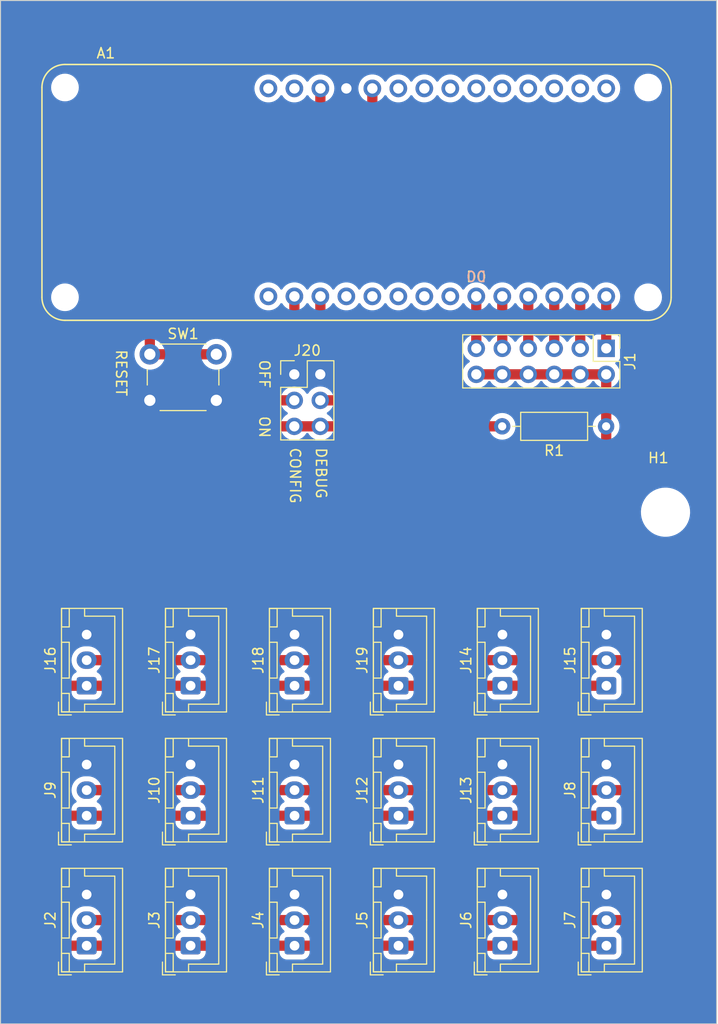
<source format=kicad_pcb>
(kicad_pcb (version 20221018) (generator pcbnew)
  (layers (0 "F.Cu" signal) (31 "B.Cu" signal) (34 "B.Paste" user) (35 "F.Paste" user) (36 "B.SilkS" user "B.Silkscreen") (37 "F.SilkS" user "F.Silkscreen") (38 "B.Mask" user) (39 "F.Mask" user) (44 "Edge.Cuts" user))
  (net 0 "")
  (net 1 "+3.3V")
  (net 3 "Net-(A1-A0{slash}DAC)")
  (net 4 "Net-(J20-Pin_4)")
  (net 11 "Net-(J1-Pin_1)")
  (net 12 "Net-(J1-Pin_3)")
  (net 13 "Net-(J1-Pin_5)")
  (net 14 "Net-(J1-Pin_7)")
  (net 15 "Net-(J1-Pin_9)")
  (net 16 "Net-(J1-Pin_11)")
  (net 26 "GND")
  (net 27 "Net-(A1-RESET)")
  (net 29 "DATA")
  (footprint "Connector_JST:JST_XH_B3B-XH-A_1x03_P2.50mm_Vertical" (layer "F.Cu") (at 164.110001 141.125001 90)
    (fp_text reference "J5" (at 2.5 -3.55 90) (layer "F.SilkS"))
    (fp_text value "Conn_01x03_Pin")
    (pad "1" thru_hole roundrect (at 0 0 90) (size 1.7 1.95) (drill 0.95) (layers "*.Cu" "*.Mask") (roundrect_rratio 0.1470588235) (net 1 "+3.3V"))
    (pad "2" thru_hole oval (at 2.5 0 90) (size 1.7 1.95) (drill 0.95) (layers "*.Cu" "*.Mask") (net 29 "DATA"))
    (pad "3" thru_hole oval (at 5 0 90) (size 1.7 1.95) (drill 0.95) (layers "*.Cu" "*.Mask") (net 26 "GND"))
  )
  (footprint "Connector_JST:JST_XH_B3B-XH-A_1x03_P2.50mm_Vertical" (layer "F.Cu") (at 143.790001 128.425001 90)
    (fp_text reference "J10" (at 2.5 -3.55 90) (layer "F.SilkS"))
    (fp_text value "Conn_01x03_Pin")
    (pad "1" thru_hole roundrect (at 0 0 90) (size 1.7 1.95) (drill 0.95) (layers "*.Cu" "*.Mask") (roundrect_rratio 0.1470588235) (net 1 "+3.3V"))
    (pad "2" thru_hole oval (at 2.5 0 90) (size 1.7 1.95) (drill 0.95) (layers "*.Cu" "*.Mask") (net 29 "DATA"))
    (pad "3" thru_hole oval (at 5 0 90) (size 1.7 1.95) (drill 0.95) (layers "*.Cu" "*.Mask") (net 26 "GND"))
  )
  (footprint "Connector_JST:JST_XH_B3B-XH-A_1x03_P2.50mm_Vertical" (layer "F.Cu") (at 153.950001 115.725001 90)
    (fp_text reference "J18" (at 2.5 -3.55 90) (layer "F.SilkS"))
    (fp_text value "Conn_01x03_Pin")
    (pad "1" thru_hole roundrect (at 0 0 90) (size 1.7 1.95) (drill 0.95) (layers "*.Cu" "*.Mask") (roundrect_rratio 0.1470588235) (net 1 "+3.3V"))
    (pad "2" thru_hole oval (at 2.5 0 90) (size 1.7 1.95) (drill 0.95) (layers "*.Cu" "*.Mask") (net 29 "DATA"))
    (pad "3" thru_hole oval (at 5 0 90) (size 1.7 1.95) (drill 0.95) (layers "*.Cu" "*.Mask") (net 26 "GND"))
  )
  (footprint "Connector_JST:JST_XH_B3B-XH-A_1x03_P2.50mm_Vertical" (layer "F.Cu") (at 184.430001 115.725001 90)
    (fp_text reference "J15" (at 2.5 -3.55 90) (layer "F.SilkS"))
    (fp_text value "Conn_01x03_Pin")
    (pad "1" thru_hole roundrect (at 0 0 90) (size 1.7 1.95) (drill 0.95) (layers "*.Cu" "*.Mask") (roundrect_rratio 0.1470588235) (net 1 "+3.3V"))
    (pad "2" thru_hole oval (at 2.5 0 90) (size 1.7 1.95) (drill 0.95) (layers "*.Cu" "*.Mask") (net 29 "DATA"))
    (pad "3" thru_hole oval (at 5 0 90) (size 1.7 1.95) (drill 0.95) (layers "*.Cu" "*.Mask") (net 26 "GND"))
  )
  (footprint "MountingHole:MountingHole_4.3mm_M4" (layer "F.Cu") (at 190.210001 98.765001)
    (fp_text reference "H1" (at -0.7 -5.3) (layer "F.SilkS"))
    (fp_text value "MountingHole")
    (pad "" np_thru_hole circle (at 0 0) (size 4.3 4.3) (drill 4.3) (layers "*.Cu" "*.Mask"))
  )
  (footprint "Button_Switch_THT:SW_PUSH_6mm" (layer "F.Cu") (at 139.804801 83.335001)
    (fp_text reference "SW1" (at 3.25 -2) (layer "F.SilkS"))
    (fp_text value "SW_Push")
    (pad "1" thru_hole circle (at 0 0 90) (size 2 2) (drill 1.1) (layers "*.Cu" "*.Mask") (net 27 "Net-(A1-RESET)"))
    (pad "1" thru_hole circle (at 6.5 0 90) (size 2 2) (drill 1.1) (layers "*.Cu" "*.Mask") (net 27 "Net-(A1-RESET)"))
    (pad "2" thru_hole circle (at 0 4.5 90) (size 2 2) (drill 1.1) (layers "*.Cu" "*.Mask") (net 26 "GND"))
    (pad "2" thru_hole circle (at 6.5 4.5 90) (size 2 2) (drill 1.1) (layers "*.Cu" "*.Mask") (net 26 "GND"))
  )
  (footprint "Connector_JST:JST_XH_B3B-XH-A_1x03_P2.50mm_Vertical" (layer "F.Cu") (at 184.430001 141.125001 90)
    (fp_text reference "J7" (at 2.5 -3.55 90) (layer "F.SilkS"))
    (fp_text value "Conn_01x03_Pin")
    (pad "1" thru_hole roundrect (at 0 0 90) (size 1.7 1.95) (drill 0.95) (layers "*.Cu" "*.Mask") (roundrect_rratio 0.1470588235) (net 1 "+3.3V"))
    (pad "2" thru_hole oval (at 2.5 0 90) (size 1.7 1.95) (drill 0.95) (layers "*.Cu" "*.Mask") (net 29 "DATA"))
    (pad "3" thru_hole oval (at 5 0 90) (size 1.7 1.95) (drill 0.95) (layers "*.Cu" "*.Mask") (net 26 "GND"))
  )
  (footprint "Connector_JST:JST_XH_B3B-XH-A_1x03_P2.50mm_Vertical" (layer "F.Cu") (at 133.630001 128.425001 90)
    (fp_text reference "J9" (at 2.5 -3.55 90) (layer "F.SilkS"))
    (fp_text value "Conn_01x03_Pin")
    (pad "1" thru_hole roundrect (at 0 0 90) (size 1.7 1.95) (drill 0.95) (layers "*.Cu" "*.Mask") (roundrect_rratio 0.1470588235) (net 1 "+3.3V"))
    (pad "2" thru_hole oval (at 2.5 0 90) (size 1.7 1.95) (drill 0.95) (layers "*.Cu" "*.Mask") (net 29 "DATA"))
    (pad "3" thru_hole oval (at 5 0 90) (size 1.7 1.95) (drill 0.95) (layers "*.Cu" "*.Mask") (net 26 "GND"))
  )
  (footprint "Connector_JST:JST_XH_B3B-XH-A_1x03_P2.50mm_Vertical" (layer "F.Cu") (at 133.630001 115.725001 90)
    (fp_text reference "J16" (at 2.5 -3.55 90) (layer "F.SilkS"))
    (fp_text value "Conn_01x03_Pin")
    (pad "1" thru_hole roundrect (at 0 0 90) (size 1.7 1.95) (drill 0.95) (layers "*.Cu" "*.Mask") (roundrect_rratio 0.1470588235) (net 1 "+3.3V"))
    (pad "2" thru_hole oval (at 2.5 0 90) (size 1.7 1.95) (drill 0.95) (layers "*.Cu" "*.Mask") (net 29 "DATA"))
    (pad "3" thru_hole oval (at 5 0 90) (size 1.7 1.95) (drill 0.95) (layers "*.Cu" "*.Mask") (net 26 "GND"))
  )
  (footprint "Connector_JST:JST_XH_B3B-XH-A_1x03_P2.50mm_Vertical" (layer "F.Cu") (at 174.270001 141.125001 90)
    (fp_text reference "J6" (at 2.5 -3.55 90) (layer "F.SilkS"))
    (fp_text value "Conn_01x03_Pin")
    (pad "1" thru_hole roundrect (at 0 0 90) (size 1.7 1.95) (drill 0.95) (layers "*.Cu" "*.Mask") (roundrect_rratio 0.1470588235) (net 1 "+3.3V"))
    (pad "2" thru_hole oval (at 2.5 0 90) (size 1.7 1.95) (drill 0.95) (layers "*.Cu" "*.Mask") (net 29 "DATA"))
    (pad "3" thru_hole oval (at 5 0 90) (size 1.7 1.95) (drill 0.95) (layers "*.Cu" "*.Mask") (net 26 "GND"))
  )
  (footprint "PCM_arduino-library:Arduino_MKR_Zero_Socket" (layer "F.Cu") (at 131.510001 57.265001)
    (fp_text reference "A1" (at 4 -3.35 unlocked) (layer "F.SilkS"))
    (fp_text value "Arduino_MKR_Zero_Socket")
    (fp_text user "D0" (at 40.2048 18.505 unlocked) (layer "B.SilkS") (effects (justify mirror)))
    (fp_text user "D0" (at 40.2048 18.505 unlocked) (layer "F.SilkS"))
    (pad "" np_thru_hole circle (at 0 0) (size 2.2 2.2) (drill 2.2) (layers "F&B.Cu" "*.Mask"))
    (pad "" np_thru_hole circle (at 0 20.5) (size 2.2 2.2) (drill 2.2) (layers "F&B.Cu" "*.Mask"))
    (pad "" np_thru_hole circle (at 57 0) (size 2.2 2.2) (drill 2.2) (layers "F&B.Cu" "*.Mask"))
    (pad "" np_thru_hole circle (at 57 20.5) (size 2.2 2.2) (drill 2.2) (layers "F&B.Cu" "*.Mask"))
    (pad "3V3" thru_hole circle (at 24.9648 0.09) (size 1.7272 1.7272) (drill 1.016) (layers "*.Cu" "*.Mask") (net 1 "+3.3V"))
    (pad "5V" thru_hole circle (at 19.8848 0.09) (size 1.7272 1.7272) (drill 1.016) (layers "*.Cu" "*.Mask"))
    (pad "A0" thru_hole circle (at 22.4248 20.41) (size 1.7272 1.7272) (drill 1.016) (layers "*.Cu" "*.Mask") (net 3 "Net-(A1-A0{slash}DAC)"))
    (pad "A1" thru_hole circle (at 24.9648 20.41) (size 1.7272 1.7272) (drill 1.016) (layers "*.Cu" "*.Mask") (net 4 "Net-(J20-Pin_4)"))
    (pad "A2" thru_hole circle (at 27.5048 20.41) (size 1.7272 1.7272) (drill 1.016) (layers "*.Cu" "*.Mask"))
    (pad "A3" thru_hole circle (at 30.0448 20.41) (size 1.7272 1.7272) (drill 1.016) (layers "*.Cu" "*.Mask"))
    (pad "A4" thru_hole circle (at 32.5848 20.41) (size 1.7272 1.7272) (drill 1.016) (layers "*.Cu" "*.Mask"))
    (pad "A5" thru_hole circle (at 35.1248 20.41) (size 1.7272 1.7272) (drill 1.016) (layers "*.Cu" "*.Mask"))
    (pad "A6" thru_hole circle (at 37.6648 20.41) (size 1.7272 1.7272) (drill 1.016) (layers "*.Cu" "*.Mask"))
    (pad "AREF" thru_hole circle (at 19.8848 20.41) (size 1.7272 1.7272) (drill 1.016) (layers "*.Cu" "*.Mask"))
    (pad "D0" thru_hole circle (at 40.2048 20.41) (size 1.7272 1.7272) (drill 1.016) (layers "*.Cu" "*.Mask") (net 16 "Net-(J1-Pin_11)"))
    (pad "D1" thru_hole circle (at 42.7448 20.41) (size 1.7272 1.7272) (drill 1.016) (layers "*.Cu" "*.Mask") (net 15 "Net-(J1-Pin_9)"))
    (pad "D2" thru_hole circle (at 45.2848 20.41) (size 1.7272 1.7272) (drill 1.016) (layers "*.Cu" "*.Mask") (net 14 "Net-(J1-Pin_7)"))
    (pad "D3" thru_hole circle (at 47.8248 20.41) (size 1.7272 1.7272) (drill 1.016) (layers "*.Cu" "*.Mask") (net 13 "Net-(J1-Pin_5)"))
    (pad "D4" thru_hole circle (at 50.3648 20.41) (size 1.7272 1.7272) (drill 1.016) (layers "*.Cu" "*.Mask") (net 12 "Net-(J1-Pin_3)"))
    (pad "D5" thru_hole circle (at 52.9048 20.41) (size 1.7272 1.7272) (drill 1.016) (layers "*.Cu" "*.Mask") (net 11 "Net-(J1-Pin_1)"))
    (pad "D6" thru_hole circle (at 52.9048 0.09) (size 1.7272 1.7272) (drill 1.016) (layers "*.Cu" "*.Mask"))
    (pad "D7" thru_hole circle (at 50.3648 0.09) (size 1.7272 1.7272) (drill 1.016) (layers "*.Cu" "*.Mask"))
    (pad "D8" thru_hole circle (at 47.8248 0.09) (size 1.7272 1.7272) (drill 1.016) (layers "*.Cu" "*.Mask"))
    (pad "D9" thru_hole circle (at 45.2848 0.09) (size 1.7272 1.7272) (drill 1.016) (layers "*.Cu" "*.Mask"))
    (pad "D10" thru_hole circle (at 42.7448 0.09) (size 1.7272 1.7272) (drill 1.016) (layers "*.Cu" "*.Mask"))
    (pad "D11" thru_hole circle (at 40.2048 0.09) (size 1.7272 1.7272) (drill 1.016) (layers "*.Cu" "*.Mask"))
    (pad "D12" thru_hole circle (at 37.6648 0.09) (size 1.7272 1.7272) (drill 1.016) (layers "*.Cu" "*.Mask"))
    (pad "D13" thru_hole circle (at 35.1248 0.09) (size 1.7272 1.7272) (drill 1.016) (layers "*.Cu" "*.Mask"))
    (pad "D14" thru_hole circle (at 32.5848 0.09) (size 1.7272 1.7272) (drill 1.016) (layers "*.Cu" "*.Mask"))
    (pad "GND" thru_hole rect (at 27.5048 0.09) (size 1.7272 1.7272) (drill 1.016) (layers "*.Cu" "*.Mask") (net 26 "GND"))
    (pad "RST" thru_hole circle (at 30.0448 0.09) (size 1.7272 1.7272) (drill 1.016) (layers "*.Cu" "*.Mask") (net 27 "Net-(A1-RESET)"))
    (pad "VIN" thru_hole circle (at 22.4248 0.09) (size 1.7272 1.7272) (drill 1.016) (layers "*.Cu" "*.Mask"))
  )
  (footprint "Connector_JST:JST_XH_B3B-XH-A_1x03_P2.50mm_Vertical" (layer "F.Cu") (at 143.790001 115.725001 90)
    (fp_text reference "J17" (at 2.5 -3.55 90) (layer "F.SilkS"))
    (fp_text value "Conn_01x03_Pin")
    (pad "1" thru_hole roundrect (at 0 0 90) (size 1.7 1.95) (drill 0.95) (layers "*.Cu" "*.Mask") (roundrect_rratio 0.1470588235) (net 1 "+3.3V"))
    (pad "2" thru_hole oval (at 2.5 0 90) (size 1.7 1.95) (drill 0.95) (layers "*.Cu" "*.Mask") (net 29 "DATA"))
    (pad "3" thru_hole oval (at 5 0 90) (size 1.7 1.95) (drill 0.95) (layers "*.Cu" "*.Mask") (net 26 "GND"))
  )
  (footprint "Connector_JST:JST_XH_B3B-XH-A_1x03_P2.50mm_Vertical" (layer "F.Cu") (at 143.790001 141.125001 90)
    (fp_text reference "J3" (at 2.5 -3.55 90) (layer "F.SilkS"))
    (fp_text value "Conn_01x03_Pin")
    (pad "1" thru_hole roundrect (at 0 0 90) (size 1.7 1.95) (drill 0.95) (layers "*.Cu" "*.Mask") (roundrect_rratio 0.1470588235) (net 1 "+3.3V"))
    (pad "2" thru_hole oval (at 2.5 0 90) (size 1.7 1.95) (drill 0.95) (layers "*.Cu" "*.Mask") (net 29 "DATA"))
    (pad "3" thru_hole oval (at 5 0 90) (size 1.7 1.95) (drill 0.95) (layers "*.Cu" "*.Mask") (net 26 "GND"))
  )
  (footprint "Connector_JST:JST_XH_B3B-XH-A_1x03_P2.50mm_Vertical" (layer "F.Cu") (at 184.430001 128.425001 90)
    (fp_text reference "J8" (at 2.5 -3.55 90) (layer "F.SilkS"))
    (fp_text value "Conn_01x03_Pin")
    (pad "1" thru_hole roundrect (at 0 0 90) (size 1.7 1.95) (drill 0.95) (layers "*.Cu" "*.Mask") (roundrect_rratio 0.1470588235) (net 1 "+3.3V"))
    (pad "2" thru_hole oval (at 2.5 0 90) (size 1.7 1.95) (drill 0.95) (layers "*.Cu" "*.Mask") (net 29 "DATA"))
    (pad "3" thru_hole oval (at 5 0 90) (size 1.7 1.95) (drill 0.95) (layers "*.Cu" "*.Mask") (net 26 "GND"))
  )
  (footprint "Connector_JST:JST_XH_B3B-XH-A_1x03_P2.50mm_Vertical" (layer "F.Cu") (at 133.630001 141.125001 90)
    (fp_text reference "J2" (at 2.5 -3.55 90) (layer "F.SilkS"))
    (fp_text value "Conn_01x03_Pin")
    (pad "1" thru_hole roundrect (at 0 0 90) (size 1.7 1.95) (drill 0.95) (layers "*.Cu" "*.Mask") (roundrect_rratio 0.1470588235) (net 1 "+3.3V"))
    (pad "2" thru_hole oval (at 2.5 0 90) (size 1.7 1.95) (drill 0.95) (layers "*.Cu" "*.Mask") (net 29 "DATA"))
    (pad "3" thru_hole oval (at 5 0 90) (size 1.7 1.95) (drill 0.95) (layers "*.Cu" "*.Mask") (net 26 "GND"))
  )
  (footprint "Connector_JST:JST_XH_B3B-XH-A_1x03_P2.50mm_Vertical" (layer "F.Cu") (at 174.270001 115.725001 90)
    (fp_text reference "J14" (at 2.5 -3.55 90) (layer "F.SilkS"))
    (fp_text value "Conn_01x03_Pin")
    (pad "1" thru_hole roundrect (at 0 0 90) (size 1.7 1.95) (drill 0.95) (layers "*.Cu" "*.Mask") (roundrect_rratio 0.1470588235) (net 1 "+3.3V"))
    (pad "2" thru_hole oval (at 2.5 0 90) (size 1.7 1.95) (drill 0.95) (layers "*.Cu" "*.Mask") (net 29 "DATA"))
    (pad "3" thru_hole oval (at 5 0 90) (size 1.7 1.95) (drill 0.95) (layers "*.Cu" "*.Mask") (net 26 "GND"))
  )
  (footprint "Connector_JST:JST_XH_B3B-XH-A_1x03_P2.50mm_Vertical" (layer "F.Cu") (at 164.110001 115.725001 90)
    (fp_text reference "J19" (at 2.5 -3.55 90) (layer "F.SilkS"))
    (fp_text value "Conn_01x03_Pin")
    (pad "1" thru_hole roundrect (at 0 0 90) (size 1.7 1.95) (drill 0.95) (layers "*.Cu" "*.Mask") (roundrect_rratio 0.1470588235) (net 1 "+3.3V"))
    (pad "2" thru_hole oval (at 2.5 0 90) (size 1.7 1.95) (drill 0.95) (layers "*.Cu" "*.Mask") (net 29 "DATA"))
    (pad "3" thru_hole oval (at 5 0 90) (size 1.7 1.95) (drill 0.95) (layers "*.Cu" "*.Mask") (net 26 "GND"))
  )
  (footprint "Connector_PinHeader_2.54mm:PinHeader_2x06_P2.54mm_Vertical" (layer "F.Cu") (at 184.414801 82.755001 -90)
    (fp_text reference "J1" (at 1.27 -2.33 -90) (layer "F.SilkS"))
    (fp_text value "Conn_02x06_Odd_Even")
    (pad "1" thru_hole rect (at 0 0 270) (size 1.7 1.7) (drill 1) (layers "*.Cu" "*.Mask") (net 11 "Net-(J1-Pin_1)"))
    (pad "2" thru_hole oval (at 2.54 0 270) (size 1.7 1.7) (drill 1) (layers "*.Cu" "*.Mask") (net 29 "DATA"))
    (pad "3" thru_hole oval (at 0 2.54 270) (size 1.7 1.7) (drill 1) (layers "*.Cu" "*.Mask") (net 12 "Net-(J1-Pin_3)"))
    (pad "4" thru_hole oval (at 2.54 2.54 270) (size 1.7 1.7) (drill 1) (layers "*.Cu" "*.Mask") (net 29 "DATA"))
    (pad "5" thru_hole oval (at 0 5.08 270) (size 1.7 1.7) (drill 1) (layers "*.Cu" "*.Mask") (net 13 "Net-(J1-Pin_5)"))
    (pad "6" thru_hole oval (at 2.54 5.08 270) (size 1.7 1.7) (drill 1) (layers "*.Cu" "*.Mask") (net 29 "DATA"))
    (pad "7" thru_hole oval (at 0 7.62 270) (size 1.7 1.7) (drill 1) (layers "*.Cu" "*.Mask") (net 14 "Net-(J1-Pin_7)"))
    (pad "8" thru_hole oval (at 2.54 7.62 270) (size 1.7 1.7) (drill 1) (layers "*.Cu" "*.Mask") (net 29 "DATA"))
    (pad "9" thru_hole oval (at 0 10.16 270) (size 1.7 1.7) (drill 1) (layers "*.Cu" "*.Mask") (net 15 "Net-(J1-Pin_9)"))
    (pad "10" thru_hole oval (at 2.54 10.16 270) (size 1.7 1.7) (drill 1) (layers "*.Cu" "*.Mask") (net 29 "DATA"))
    (pad "11" thru_hole oval (at 0 12.7 270) (size 1.7 1.7) (drill 1) (layers "*.Cu" "*.Mask") (net 16 "Net-(J1-Pin_11)"))
    (pad "12" thru_hole oval (at 2.54 12.7 270) (size 1.7 1.7) (drill 1) (layers "*.Cu" "*.Mask") (net 29 "DATA"))
  )
  (footprint "Connector_JST:JST_XH_B3B-XH-A_1x03_P2.50mm_Vertical" (layer "F.Cu") (at 164.110001 128.425001 90)
    (fp_text reference "J12" (at 2.5 -3.55 90) (layer "F.SilkS"))
    (fp_text value "Conn_01x03_Pin")
    (pad "1" thru_hole roundrect (at 0 0 90) (size 1.7 1.95) (drill 0.95) (layers "*.Cu" "*.Mask") (roundrect_rratio 0.1470588235) (net 1 "+3.3V"))
    (pad "2" thru_hole oval (at 2.5 0 90) (size 1.7 1.95) (drill 0.95) (layers "*.Cu" "*.Mask") (net 29 "DATA"))
    (pad "3" thru_hole oval (at 5 0 90) (size 1.7 1.95) (drill 0.95) (layers "*.Cu" "*.Mask") (net 26 "GND"))
  )
  (footprint "Connector_JST:JST_XH_B3B-XH-A_1x03_P2.50mm_Vertical" (layer "F.Cu") (at 153.950001 128.425001 90)
    (fp_text reference "J11" (at 2.5 -3.55 90) (layer "F.SilkS"))
    (fp_text value "Conn_01x03_Pin")
    (pad "1" thru_hole roundrect (at 0 0 90) (size 1.7 1.95) (drill 0.95) (layers "*.Cu" "*.Mask") (roundrect_rratio 0.1470588235) (net 1 "+3.3V"))
    (pad "2" thru_hole oval (at 2.5 0 90) (size 1.7 1.95) (drill 0.95) (layers "*.Cu" "*.Mask") (net 29 "DATA"))
    (pad "3" thru_hole oval (at 5 0 90) (size 1.7 1.95) (drill 0.95) (layers "*.Cu" "*.Mask") (net 26 "GND"))
  )
  (footprint "Connector_JST:JST_XH_B3B-XH-A_1x03_P2.50mm_Vertical" (layer "F.Cu") (at 153.950001 141.125001 90)
    (fp_text reference "J4" (at 2.5 -3.55 90) (layer "F.SilkS"))
    (fp_text value "Conn_01x03_Pin")
    (pad "1" thru_hole roundrect (at 0 0 90) (size 1.7 1.95) (drill 0.95) (layers "*.Cu" "*.Mask") (roundrect_rratio 0.1470588235) (net 1 "+3.3V"))
    (pad "2" thru_hole oval (at 2.5 0 90) (size 1.7 1.95) (drill 0.95) (layers "*.Cu" "*.Mask") (net 29 "DATA"))
    (pad "3" thru_hole oval (at 5 0 90) (size 1.7 1.95) (drill 0.95) (layers "*.Cu" "*.Mask") (net 26 "GND"))
  )
  (footprint "Resistor_THT:R_Axial_DIN0207_L6.3mm_D2.5mm_P10.16mm_Horizontal" (layer "F.Cu") (at 184.404801 90.375001 180)
    (fp_text reference "R1" (at 5.08 -2.37) (layer "F.SilkS"))
    (fp_text value "4.7k")
    (pad "1" thru_hole circle (at 0 0 180) (size 1.6 1.6) (drill 0.8) (layers "*.Cu" "*.Mask") (net 29 "DATA"))
    (pad "2" thru_hole oval (at 10.16 0 180) (size 1.6 1.6) (drill 0.8) (layers "*.Cu" "*.Mask") (net 1 "+3.3V"))
  )
  (footprint "Connector_JST:JST_XH_B3B-XH-A_1x03_P2.50mm_Vertical" (layer "F.Cu") (at 174.270001 128.425001 90)
    (fp_text reference "J13" (at 2.5 -3.55 90) (layer "F.SilkS"))
    (fp_text value "Conn_01x03_Pin")
    (pad "1" thru_hole roundrect (at 0 0 90) (size 1.7 1.95) (drill 0.95) (layers "*.Cu" "*.Mask") (roundrect_rratio 0.1470588235) (net 1 "+3.3V"))
    (pad "2" thru_hole oval (at 2.5 0 90) (size 1.7 1.95) (drill 0.95) (layers "*.Cu" "*.Mask") (net 29 "DATA"))
    (pad "3" thru_hole oval (at 5 0 90) (size 1.7 1.95) (drill 0.95) (layers "*.Cu" "*.Mask") (net 26 "GND"))
  )
  (footprint "Connector_PinHeader_2.54mm:PinHeader_2x03_P2.54mm_Vertical" (layer "F.Cu") (at 153.924801 85.295001)
    (fp_text reference "J20" (at 1.27 -2.33) (layer "F.SilkS"))
    (fp_text value "Conn_02x03_Odd_Even" hide)
    (pad "1" thru_hole rect (at 0 0) (size 1.7 1.7) (drill 1) (layers "*.Cu" "*.Mask") (net 26 "GND"))
    (pad "2" thru_hole oval (at 2.54 0) (size 1.7 1.7) (drill 1) (layers "*.Cu" "*.Mask") (net 26 "GND"))
    (pad "3" thru_hole oval (at 0 2.54) (size 1.7 1.7) (drill 1) (layers "*.Cu" "*.Mask") (net 3 "Net-(A1-A0{slash}DAC)"))
    (pad "4" thru_hole oval (at 2.54 2.54) (size 1.7 1.7) (drill 1) (layers "*.Cu" "*.Mask") (net 4 "Net-(J20-Pin_4)"))
    (pad "5" thru_hole oval (at 0 5.08) (size 1.7 1.7) (drill 1) (layers "*.Cu" "*.Mask") (net 1 "+3.3V"))
    (pad "6" thru_hole oval (at 2.54 5.08) (size 1.7 1.7) (drill 1) (layers "*.Cu" "*.Mask") (net 1 "+3.3V"))
  )
  (gr_line (start 195.210001 148.765001) (end 195.210001 48.765001) (stroke (width 0.1)) (layer "Edge.Cuts"))
  (gr_line (start 125.210001 148.765001) (end 195.210001 148.765001) (stroke (width 0.1)) (layer "Edge.Cuts"))
  (gr_line (start 195.210001 48.765001) (end 125.210001 48.765001) (stroke (width 0.1)) (layer "Edge.Cuts"))
  (gr_line (start 125.210001 48.765001) (end 125.210001 148.765001) (stroke (width 0.1)) (layer "Edge.Cuts"))
  (gr_text "RESET\n" (at 136.424801 82.795001 -90) (layer "F.SilkS") (effects (font (size 1 1)) (justify left bottom)))
  (gr_text "DEBUG" (at 155.964801 92.375001 270) (layer "F.SilkS") (effects (font (size 1 1)) (justify left bottom)))
  (gr_text "ON" (at 150.424801 89.295001 -90) (layer "F.SilkS") (effects (font (size 1 1)) (justify left bottom)))
  (gr_text "OFF" (at 150.424801 83.795001 -90) (layer "F.SilkS") (effects (font (size 1 1)) (justify left bottom)))
  (gr_text "CONFIG" (at 153.424801 92.375001 -90) (layer "F.SilkS") (effects (font (size 1 1)) (justify left bottom)))
  (segment (start 136.170001 84.025001) (end 136.170001 87.835001) (width 1) (layer "F.Cu") (net 1))
  (segment (start 128.550001 128.425001) (end 128.550001 115.725001) (width 1) (layer "F.Cu") (net 1))
  (segment (start 136.170001 87.835001) (end 136.170001 90.375001) (width 1) (layer "F.Cu") (net 1))
  (segment (start 181.890001 128.425001) (end 184.430001 128.425001) (width 1) (layer "F.Cu") (net 1))
  (segment (start 128.590001 108.105001) (end 136.170001 100.525001) (width 1) (layer "F.Cu") (net 1))
  (segment (start 136.170001 90.375001) (end 136.170001 100.525001) (width 1) (layer "F.Cu") (net 1))
  (segment (start 136.170001 80.189801) (end 136.170001 80.215001) (width 1) (layer "F.Cu") (net 1))
  (segment (start 181.890001 115.725001) (end 184.430001 115.725001) (width 1) (layer "F.Cu") (net 1))
  (segment (start 128.550001 128.425001) (end 181.890001 128.425001) (width 1) (layer "F.Cu") (net 1))
  (segment (start 136.170001 80.215001) (end 136.170001 84.025001) (width 1) (layer "F.Cu") (net 1))
  (segment (start 128.550001 108.105001) (end 128.590001 108.105001) (width 1) (layer "F.Cu") (net 1))
  (segment (start 128.550001 128.425001) (end 128.550001 141.125001) (width 1) (layer "F.Cu") (net 1))
  (segment (start 156.474801 59.885001) (end 136.170001 80.189801) (width 1) (layer "F.Cu") (net 1))
  (segment (start 156.474801 57.355001) (end 156.474801 59.885001) (width 1) (layer "F.Cu") (net 1))
  (segment (start 128.550001 141.125001) (end 184.430001 141.125001) (width 1) (layer "F.Cu") (net 1))
  (segment (start 174.244801 90.375001) (end 153.924801 90.375001) (width 1) (layer "F.Cu") (net 1))
  (segment (start 153.924801 90.375001) (end 136.170001 90.375001) (width 1) (layer "F.Cu") (net 1))
  (segment (start 128.550001 115.725001) (end 181.890001 115.725001) (width 1) (layer "F.Cu") (net 1))
  (segment (start 128.550001 115.725001) (end 128.550001 108.105001) (width 1) (layer "F.Cu") (net 1))
  (segment (start 153.934801 80.205001) (end 151.384801 82.755001) (width 1) (layer "F.Cu") (net 3))
  (segment (start 151.384801 82.755001) (end 151.384801 87.835001) (width 1) (layer "F.Cu") (net 3))
  (segment (start 151.384801 87.835001) (end 153.924801 87.835001) (width 1) (layer "F.Cu") (net 3))
  (segment (start 153.934801 77.675001) (end 153.934801 80.205001) (width 1) (layer "F.Cu") (net 3))
  (segment (start 156.464801 80.215001) (end 159.004801 82.755001) (width 1) (layer "F.Cu") (net 4))
  (segment (start 159.004801 82.755001) (end 159.004801 87.835001) (width 1) (layer "F.Cu") (net 4))
  (segment (start 156.474801 77.675001) (end 156.474801 80.205001) (width 1) (layer "F.Cu") (net 4))
  (segment (start 156.474801 80.205001) (end 156.464801 80.215001) (width 1) (layer "F.Cu") (net 4))
  (segment (start 159.004801 87.835001) (end 156.464801 87.835001) (width 1) (layer "F.Cu") (net 4))
  (segment (start 184.414801 77.675001) (end 184.414801 82.755001) (width 1) (layer "F.Cu") (net 11))
  (segment (start 181.874801 77.675001) (end 181.874801 82.755001) (width 1) (layer "F.Cu") (net 12))
  (segment (start 179.334801 77.675001) (end 179.334801 82.755001) (width 1) (layer "F.Cu") (net 13))
  (segment (start 176.794801 77.675001) (end 176.794801 82.755001) (width 1) (layer "F.Cu") (net 14))
  (segment (start 174.254801 77.675001) (end 174.254801 82.755001) (width 1) (layer "F.Cu") (net 15))
  (segment (start 171.714801 77.675001) (end 171.714801 82.755001) (width 1) (layer "F.Cu") (net 16))
  (segment (start 161.554801 59.885001) (end 146.304801 75.135001) (width 1) (layer "F.Cu") (net 27))
  (segment (start 139.804801 83.335001) (end 146.304801 83.335001) (width 1) (layer "F.Cu") (net 27))
  (segment (start 139.804801 81.635001) (end 139.804801 83.335001) (width 1) (layer "F.Cu") (net 27))
  (segment (start 161.554801 57.355001) (end 161.554801 59.885001) (width 1) (layer "F.Cu") (net 27))
  (segment (start 146.304801 75.135001) (end 139.804801 81.635001) (width 1) (layer "F.Cu") (net 27))
  (segment (start 192.050001 113.225001) (end 192.050001 108.145001) (width 1) (layer "F.Cu") (net 29))
  (segment (start 171.714801 85.295001) (end 184.414801 85.295001) (width 1) (layer "F.Cu") (net 29))
  (segment (start 133.630001 125.925001) (end 192.050001 125.925001) (width 1) (layer "F.Cu") (net 29))
  (segment (start 192.050001 113.225001) (end 192.050001 125.925001) (width 1) (layer "F.Cu") (net 29))
  (segment (start 184.414801 100.509801) (end 184.414801 85.295001) (width 1) (layer "F.Cu") (net 29))
  (segment (start 133.630001 138.625001) (end 192.050001 138.625001) (width 1) (layer "F.Cu") (net 29))
  (segment (start 192.050001 138.625001) (end 192.050001 125.925001) (width 1) (layer "F.Cu") (net 29))
  (segment (start 192.050001 108.145001) (end 184.414801 100.509801) (width 1) (layer "F.Cu") (net 29))
  (segment (start 133.630001 113.225001) (end 192.050001 113.225001) (width 1) (layer "F.Cu") (net 29))
  (zone (net 26) (net_name "GND") (layer "B.Cu") (connect_pads yes (clearance 0.5)) (min_thickness 0.25) (fill yes (thermal_gap 0.5) (thermal_bridge_width 0.5))
    (polygon (pts (xy 125.210001 48.765001) (xy 125.210001 148.765001) (xy 195.210001 148.765001) (xy 195.210001 48.765001)))
  )
)
</source>
